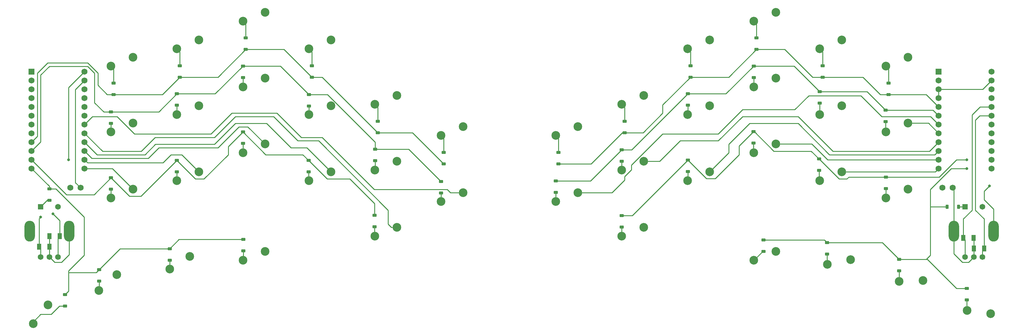
<source format=gbr>
%TF.GenerationSoftware,KiCad,Pcbnew,7.0.9*%
%TF.CreationDate,2023-11-27T10:59:26+01:00*%
%TF.ProjectId,SplitErgoLL_v2,53706c69-7445-4726-976f-4c4c5f76322e,rev?*%
%TF.SameCoordinates,Original*%
%TF.FileFunction,Copper,L2,Bot*%
%TF.FilePolarity,Positive*%
%FSLAX46Y46*%
G04 Gerber Fmt 4.6, Leading zero omitted, Abs format (unit mm)*
G04 Created by KiCad (PCBNEW 7.0.9) date 2023-11-27 10:59:26*
%MOMM*%
%LPD*%
G01*
G04 APERTURE LIST*
G04 Aperture macros list*
%AMRoundRect*
0 Rectangle with rounded corners*
0 $1 Rounding radius*
0 $2 $3 $4 $5 $6 $7 $8 $9 X,Y pos of 4 corners*
0 Add a 4 corners polygon primitive as box body*
4,1,4,$2,$3,$4,$5,$6,$7,$8,$9,$2,$3,0*
0 Add four circle primitives for the rounded corners*
1,1,$1+$1,$2,$3*
1,1,$1+$1,$4,$5*
1,1,$1+$1,$6,$7*
1,1,$1+$1,$8,$9*
0 Add four rect primitives between the rounded corners*
20,1,$1+$1,$2,$3,$4,$5,0*
20,1,$1+$1,$4,$5,$6,$7,0*
20,1,$1+$1,$6,$7,$8,$9,0*
20,1,$1+$1,$8,$9,$2,$3,0*%
G04 Aperture macros list end*
%TA.AperFunction,ComponentPad*%
%ADD10C,2.500000*%
%TD*%
%TA.AperFunction,ComponentPad*%
%ADD11R,1.650000X1.650000*%
%TD*%
%TA.AperFunction,ComponentPad*%
%ADD12C,1.650000*%
%TD*%
%TA.AperFunction,ComponentPad*%
%ADD13O,3.000000X6.000000*%
%TD*%
%TA.AperFunction,ComponentPad*%
%ADD14R,1.752600X1.752600*%
%TD*%
%TA.AperFunction,ComponentPad*%
%ADD15C,1.752600*%
%TD*%
%TA.AperFunction,ComponentPad*%
%ADD16C,1.750000*%
%TD*%
%TA.AperFunction,SMDPad,CuDef*%
%ADD17RoundRect,0.225000X-0.375000X0.225000X-0.375000X-0.225000X0.375000X-0.225000X0.375000X0.225000X0*%
%TD*%
%TA.AperFunction,SMDPad,CuDef*%
%ADD18R,1.160000X1.820000*%
%TD*%
%TA.AperFunction,SMDPad,CuDef*%
%ADD19RoundRect,0.225000X0.375000X-0.225000X0.375000X0.225000X-0.375000X0.225000X-0.375000X-0.225000X0*%
%TD*%
%TA.AperFunction,SMDPad,CuDef*%
%ADD20RoundRect,0.225000X-0.225000X-0.375000X0.225000X-0.375000X0.225000X0.375000X-0.225000X0.375000X0*%
%TD*%
%TA.AperFunction,ViaPad*%
%ADD21C,0.800000*%
%TD*%
%TA.AperFunction,Conductor*%
%ADD22C,0.250000*%
%TD*%
G04 APERTURE END LIST*
D10*
%TO.P,KSW41,1,1*%
%TO.N,Net-(D41-A)*%
X188190000Y-100460000D03*
%TO.P,KSW41,2,2*%
%TO.N,Col 11*%
X194540000Y-97920000D03*
%TD*%
%TO.P,KSW24,1,1*%
%TO.N,Net-(D24-A)*%
X93190000Y-118460000D03*
%TO.P,KSW24,2,2*%
%TO.N,Col 6*%
X99540000Y-115920000D03*
%TD*%
%TO.P,KSW7,1,1*%
%TO.N,Net-(D7-A)*%
X297190000Y-113460000D03*
%TO.P,KSW7,2,2*%
%TO.N,Col 1*%
X303540000Y-110920000D03*
%TD*%
%TO.P,KSW11,1,1*%
%TO.N,Net-(D11-A)*%
X278190000Y-105460000D03*
%TO.P,KSW11,2,2*%
%TO.N,Col 2*%
X284540000Y-102920000D03*
%TD*%
%TO.P,KSW4,1,1*%
%TO.N,Net-(D4-A)*%
X339569852Y-150895295D03*
%TO.P,KSW4,2,2*%
%TO.N,Col 0*%
X346339114Y-151870591D03*
%TD*%
%TO.P,KSW15,1,1*%
%TO.N,Net-(D15-A)*%
X259190000Y-113460000D03*
%TO.P,KSW15,2,2*%
%TO.N,Col 3*%
X265540000Y-110920000D03*
%TD*%
%TO.P,KSW16,1,1*%
%TO.N,Net-(D16-A)*%
X278190000Y-136460000D03*
%TO.P,KSW16,2,2*%
%TO.N,Col 3*%
X284540000Y-133920000D03*
%TD*%
%TO.P,KSW5,1,1*%
%TO.N,Net-(D5-A)*%
X297190000Y-75460000D03*
%TO.P,KSW5,2,2*%
%TO.N,Col 1*%
X303540000Y-72920000D03*
%TD*%
%TO.P,KSW6,1,1*%
%TO.N,Net-(D6-A)*%
X297190000Y-94460000D03*
%TO.P,KSW6,2,2*%
%TO.N,Col 1*%
X303540000Y-91920000D03*
%TD*%
D11*
%TO.P,ENC2,1*%
%TO.N,Net-(D43-A)*%
X73000000Y-121000000D03*
D12*
%TO.P,ENC2,2*%
%TO.N,Col 10*%
X78000000Y-121000000D03*
%TO.P,ENC2,A,A*%
%TO.N,ENCA2*%
X73000000Y-135500000D03*
%TO.P,ENC2,B,B*%
%TO.N,ENCB2*%
X78000000Y-135500000D03*
%TO.P,ENC2,COM,COM*%
%TO.N,GND 2*%
X75500000Y-135500000D03*
D13*
%TO.P,ENC2,S1,SHIELD*%
X69800000Y-128000000D03*
%TO.P,ENC2,S2,SHIELD*%
X81200000Y-128000000D03*
%TD*%
D14*
%TO.P,MCU2,1,D1*%
%TO.N,unconnected-(MCU2-D1-Pad1)*%
X70380000Y-82030000D03*
D15*
%TO.P,MCU2,2,D0*%
%TO.N,unconnected-(MCU2-D0-Pad2)*%
X70380000Y-84570000D03*
%TO.P,MCU2,3,GND*%
%TO.N,GND 2*%
X70380000Y-87110000D03*
%TO.P,MCU2,4,GND*%
X70380000Y-89650000D03*
%TO.P,MCU2,5,D2*%
%TO.N,unconnected-(MCU2-D2-Pad5)*%
X70380000Y-92190000D03*
%TO.P,MCU2,6,D3*%
%TO.N,unconnected-(MCU2-D3-Pad6)*%
X70380000Y-94730000D03*
%TO.P,MCU2,7,D4*%
%TO.N,unconnected-(MCU2-D4-Pad7)*%
X70380000Y-97270000D03*
%TO.P,MCU2,8,D5*%
%TO.N,unconnected-(MCU2-D5-Pad8)*%
X70380000Y-99810000D03*
%TO.P,MCU2,9,D6*%
%TO.N,Row 4*%
X70380000Y-102350000D03*
%TO.P,MCU2,10,D7*%
%TO.N,Row 5*%
X70380000Y-104890000D03*
%TO.P,MCU2,11,D8*%
%TO.N,Row 6*%
X70380000Y-107430000D03*
%TO.P,MCU2,12,D9*%
%TO.N,Row 7*%
X70380000Y-109970000D03*
%TO.P,MCU2,13,D10*%
%TO.N,Col 6*%
X85620000Y-109970000D03*
%TO.P,MCU2,14,D16*%
%TO.N,Col 7*%
X85620000Y-107430000D03*
%TO.P,MCU2,15,D14*%
%TO.N,Col 8*%
X85620000Y-104890000D03*
%TO.P,MCU2,16,D15*%
%TO.N,Col 9*%
X85620000Y-102350000D03*
%TO.P,MCU2,17,D18*%
%TO.N,Col 10*%
X85620000Y-99810000D03*
%TO.P,MCU2,18,D19*%
%TO.N,Col 11*%
X85620000Y-97270000D03*
%TO.P,MCU2,19,D20*%
%TO.N,ENCB2*%
X85620000Y-94730000D03*
%TO.P,MCU2,20,D21*%
%TO.N,ENCA2*%
X85620000Y-92190000D03*
%TO.P,MCU2,21,3.3v*%
%TO.N,unconnected-(MCU2-3.3v-Pad21)*%
X85620000Y-89650000D03*
%TO.P,MCU2,22,RST*%
%TO.N,RESET 2*%
X85620000Y-87110000D03*
%TO.P,MCU2,23,GND*%
%TO.N,GND 2*%
X85620000Y-84570000D03*
%TO.P,MCU2,24,B+*%
%TO.N,BAT+ 2*%
X85620000Y-82030000D03*
%TD*%
D10*
%TO.P,KSW40,1,1*%
%TO.N,Net-(D40-A)*%
X169190000Y-129460000D03*
%TO.P,KSW40,2,2*%
%TO.N,Col 10*%
X175540000Y-126920000D03*
%TD*%
%TO.P,KSW20,1,1*%
%TO.N,Net-(D20-A)*%
X221190000Y-100460000D03*
%TO.P,KSW20,2,2*%
%TO.N,Col 5*%
X227540000Y-97920000D03*
%TD*%
%TO.P,KSW36,1,1*%
%TO.N,Net-(D36-A)*%
X150190000Y-113460000D03*
%TO.P,KSW36,2,2*%
%TO.N,Col 9*%
X156540000Y-110920000D03*
%TD*%
%TO.P,KSW8,1,1*%
%TO.N,Net-(D8-A)*%
X320062141Y-142510084D03*
%TO.P,KSW8,2,2*%
%TO.N,Col 1*%
X326897921Y-142295093D03*
%TD*%
%TO.P,KSW27,1,1*%
%TO.N,Net-(D27-A)*%
X112190000Y-94460000D03*
%TO.P,KSW27,2,2*%
%TO.N,Col 7*%
X118540000Y-91920000D03*
%TD*%
%TO.P,KSW35,1,1*%
%TO.N,Net-(D35-A)*%
X150190000Y-94460000D03*
%TO.P,KSW35,2,2*%
%TO.N,Col 9*%
X156540000Y-91920000D03*
%TD*%
D11*
%TO.P,ENC1,1*%
%TO.N,Net-(D44-A)*%
X339000000Y-121000000D03*
D12*
%TO.P,ENC1,2*%
%TO.N,Col 4*%
X344000000Y-121000000D03*
%TO.P,ENC1,A,A*%
%TO.N,ENCA1*%
X339000000Y-135500000D03*
%TO.P,ENC1,B,B*%
%TO.N,ENCB1*%
X344000000Y-135500000D03*
%TO.P,ENC1,COM,COM*%
%TO.N,GND 1*%
X341500000Y-135500000D03*
D13*
%TO.P,ENC1,S1,SHIELD*%
X335800000Y-128000000D03*
%TO.P,ENC1,S2,SHIELD*%
X347200000Y-128000000D03*
%TD*%
D10*
%TO.P,KSW14,1,1*%
%TO.N,Net-(D14-A)*%
X259190000Y-94460000D03*
%TO.P,KSW14,2,2*%
%TO.N,Col 3*%
X265540000Y-91920000D03*
%TD*%
%TO.P,KSW38,1,1*%
%TO.N,Net-(D38-A)*%
X169190000Y-91460000D03*
%TO.P,KSW38,2,2*%
%TO.N,Col 10*%
X175540000Y-88920000D03*
%TD*%
%TO.P,KSW31,1,1*%
%TO.N,Net-(D31-A)*%
X131190000Y-86460000D03*
%TO.P,KSW31,2,2*%
%TO.N,Col 8*%
X137540000Y-83920000D03*
%TD*%
%TO.P,KSW1,1,1*%
%TO.N,Net-(D1-A)*%
X316190000Y-80460000D03*
%TO.P,KSW1,2,2*%
%TO.N,Col 0*%
X322540000Y-77920000D03*
%TD*%
%TO.P,KSW25,1,1*%
%TO.N,Net-(D25-A)*%
X70831034Y-154705295D03*
%TO.P,KSW25,2,2*%
%TO.N,Col 6*%
X75060296Y-149330591D03*
%TD*%
%TO.P,KSW22,1,1*%
%TO.N,Net-(D22-A)*%
X93190000Y-80460000D03*
%TO.P,KSW22,2,2*%
%TO.N,Col 6*%
X99540000Y-77920000D03*
%TD*%
%TO.P,KSW29,1,1*%
%TO.N,Net-(D29-A)*%
X89777401Y-145116277D03*
%TO.P,KSW29,2,2*%
%TO.N,Col 7*%
X94875718Y-140557630D03*
%TD*%
%TO.P,KSW13,1,1*%
%TO.N,Net-(D13-A)*%
X259190000Y-75460000D03*
%TO.P,KSW13,2,2*%
%TO.N,Col 3*%
X265540000Y-72920000D03*
%TD*%
%TO.P,KSW3,1,1*%
%TO.N,Net-(D3-A)*%
X316190000Y-118460000D03*
%TO.P,KSW3,2,2*%
%TO.N,Col 0*%
X322540000Y-115920000D03*
%TD*%
%TO.P,KSW30,1,1*%
%TO.N,Net-(D30-A)*%
X131190000Y-67460000D03*
%TO.P,KSW30,2,2*%
%TO.N,Col 8*%
X137540000Y-64920000D03*
%TD*%
%TO.P,KSW39,1,1*%
%TO.N,Net-(D39-A)*%
X169190000Y-110460000D03*
%TO.P,KSW39,2,2*%
%TO.N,Col 10*%
X175540000Y-107920000D03*
%TD*%
%TO.P,KSW12,1,1*%
%TO.N,Net-(D12-A)*%
X299386126Y-137636989D03*
%TO.P,KSW12,2,2*%
%TO.N,Col 2*%
X306080721Y-136238243D03*
%TD*%
%TO.P,KSW19,1,1*%
%TO.N,Net-(D19-A)*%
X240190000Y-129460000D03*
%TO.P,KSW19,2,2*%
%TO.N,Col 4*%
X246540000Y-126920000D03*
%TD*%
%TO.P,KSW17,1,1*%
%TO.N,Net-(D17-A)*%
X240190000Y-91460000D03*
%TO.P,KSW17,2,2*%
%TO.N,Col 4*%
X246540000Y-88920000D03*
%TD*%
D16*
%TO.P,Bat 3.7V,1,+*%
%TO.N,Net-(BAT2-+)*%
X81510000Y-115527500D03*
%TO.P,Bat 3.7V,2,-*%
%TO.N,GND 2*%
X84490000Y-115517500D03*
%TD*%
%TO.P,Bat 3.7V,1,+*%
%TO.N,Net-(BAT1-+)*%
X332500000Y-115500000D03*
%TO.P,Bat 3.7V,2,-*%
%TO.N,GND 1*%
X335480000Y-115490000D03*
%TD*%
D14*
%TO.P,MCU1,1,D1*%
%TO.N,unconnected-(MCU1-D1-Pad1)*%
X331380000Y-82030000D03*
D15*
%TO.P,MCU1,2,D0*%
%TO.N,unconnected-(MCU1-D0-Pad2)*%
X331380000Y-84570000D03*
%TO.P,MCU1,3,GND*%
%TO.N,GND 1*%
X331380000Y-87110000D03*
%TO.P,MCU1,4,GND*%
X331380000Y-89650000D03*
%TO.P,MCU1,5,D2*%
%TO.N,Row 0*%
X331380000Y-92190000D03*
%TO.P,MCU1,6,D3*%
%TO.N,Row 1*%
X331380000Y-94730000D03*
%TO.P,MCU1,7,D4*%
%TO.N,Col 5*%
X331380000Y-97270000D03*
%TO.P,MCU1,8,D5*%
%TO.N,Col 0*%
X331380000Y-99810000D03*
%TO.P,MCU1,9,D6*%
%TO.N,Col 4*%
X331380000Y-102350000D03*
%TO.P,MCU1,10,D7*%
%TO.N,Col 3*%
X331380000Y-104890000D03*
%TO.P,MCU1,11,D8*%
%TO.N,Col 2*%
X331380000Y-107430000D03*
%TO.P,MCU1,12,D9*%
%TO.N,Col 1*%
X331380000Y-109970000D03*
%TO.P,MCU1,13,D10*%
%TO.N,Row 3*%
X346620000Y-109970000D03*
%TO.P,MCU1,14,D16*%
%TO.N,Row 2*%
X346620000Y-107430000D03*
%TO.P,MCU1,15,D14*%
%TO.N,unconnected-(MCU1-D14-Pad15)*%
X346620000Y-104890000D03*
%TO.P,MCU1,16,D15*%
%TO.N,unconnected-(MCU1-D15-Pad16)*%
X346620000Y-102350000D03*
%TO.P,MCU1,17,D18*%
%TO.N,unconnected-(MCU1-D18-Pad17)*%
X346620000Y-99810000D03*
%TO.P,MCU1,18,D19*%
%TO.N,unconnected-(MCU1-D19-Pad18)*%
X346620000Y-97270000D03*
%TO.P,MCU1,19,D20*%
%TO.N,ENCB1*%
X346620000Y-94730000D03*
%TO.P,MCU1,20,D21*%
%TO.N,ENCA1*%
X346620000Y-92190000D03*
%TO.P,MCU1,21,3.3v*%
%TO.N,unconnected-(MCU1-3.3v-Pad21)*%
X346620000Y-89650000D03*
%TO.P,MCU1,22,RST*%
%TO.N,RESET 1*%
X346620000Y-87110000D03*
%TO.P,MCU1,23,GND*%
%TO.N,GND 1*%
X346620000Y-84570000D03*
%TO.P,MCU1,24,B+*%
%TO.N,BAT+ 1*%
X346620000Y-82030000D03*
%TD*%
D10*
%TO.P,KSW26,1,1*%
%TO.N,Net-(D26-A)*%
X112190000Y-75460000D03*
%TO.P,KSW26,2,2*%
%TO.N,Col 7*%
X118540000Y-72920000D03*
%TD*%
%TO.P,KSW21,1,1*%
%TO.N,Net-(D21-A)*%
X221190000Y-119460000D03*
%TO.P,KSW21,2,2*%
%TO.N,Col 5*%
X227540000Y-116920000D03*
%TD*%
%TO.P,KSW37,1,1*%
%TO.N,Net-(D37-A)*%
X131190000Y-136460000D03*
%TO.P,KSW37,2,2*%
%TO.N,Col 9*%
X137540000Y-133920000D03*
%TD*%
%TO.P,KSW10,1,1*%
%TO.N,Net-(D10-A)*%
X278190000Y-86460000D03*
%TO.P,KSW10,2,2*%
%TO.N,Col 2*%
X284540000Y-83920000D03*
%TD*%
%TO.P,KSW23,1,1*%
%TO.N,Net-(D23-A)*%
X93190000Y-99460000D03*
%TO.P,KSW23,2,2*%
%TO.N,Col 6*%
X99540000Y-96920000D03*
%TD*%
%TO.P,KSW2,1,1*%
%TO.N,Net-(D2-A)*%
X316190000Y-99460000D03*
%TO.P,KSW2,2,2*%
%TO.N,Col 0*%
X322540000Y-96920000D03*
%TD*%
%TO.P,KSW32,1,1*%
%TO.N,Net-(D32-A)*%
X131190000Y-105460000D03*
%TO.P,KSW32,2,2*%
%TO.N,Col 8*%
X137540000Y-102920000D03*
%TD*%
%TO.P,KSW34,1,1*%
%TO.N,Net-(D34-A)*%
X150190000Y-75460000D03*
%TO.P,KSW34,2,2*%
%TO.N,Col 9*%
X156540000Y-72920000D03*
%TD*%
%TO.P,KSW9,1,1*%
%TO.N,Net-(D9-A)*%
X278190000Y-67460000D03*
%TO.P,KSW9,2,2*%
%TO.N,Col 2*%
X284540000Y-64920000D03*
%TD*%
%TO.P,KSW33,1,1*%
%TO.N,Net-(D33-A)*%
X110103993Y-138960188D03*
%TO.P,KSW33,2,2*%
%TO.N,Col 8*%
X115916456Y-135356110D03*
%TD*%
%TO.P,KSW18,1,1*%
%TO.N,Net-(D18-A)*%
X240190000Y-110460000D03*
%TO.P,KSW18,2,2*%
%TO.N,Col 4*%
X246540000Y-107920000D03*
%TD*%
%TO.P,KSW42,2,2*%
%TO.N,Col 11*%
X194540000Y-116920000D03*
%TO.P,KSW42,1,1*%
%TO.N,Net-(D42-A)*%
X188190000Y-119460000D03*
%TD*%
%TO.P,KSW28,1,1*%
%TO.N,Net-(D28-A)*%
X112190000Y-113460000D03*
%TO.P,KSW28,2,2*%
%TO.N,Col 7*%
X118540000Y-110920000D03*
%TD*%
D17*
%TO.P,D27,1,K*%
%TO.N,Row 5*%
X112200000Y-88450000D03*
%TO.P,D27,2,A*%
%TO.N,Net-(D27-A)*%
X112200000Y-91750000D03*
%TD*%
%TO.P,D25,1,K*%
%TO.N,Row 7*%
X80000000Y-146350000D03*
%TO.P,D25,2,A*%
%TO.N,Net-(D25-A)*%
X80000000Y-149650000D03*
%TD*%
%TO.P,D18,1,K*%
%TO.N,Row 1*%
X240200000Y-104550000D03*
%TO.P,D18,2,A*%
%TO.N,Net-(D18-A)*%
X240200000Y-107850000D03*
%TD*%
%TO.P,D23,1,K*%
%TO.N,Row 5*%
X93200000Y-93650000D03*
%TO.P,D23,2,A*%
%TO.N,Net-(D23-A)*%
X93200000Y-96950000D03*
%TD*%
%TO.P,D3,1,K*%
%TO.N,Row 2*%
X316200000Y-112450000D03*
%TO.P,D3,2,A*%
%TO.N,Net-(D3-A)*%
X316200000Y-115750000D03*
%TD*%
%TO.P,D24,1,K*%
%TO.N,Row 6*%
X93200000Y-112650000D03*
%TO.P,D24,2,A*%
%TO.N,Net-(D24-A)*%
X93200000Y-115950000D03*
%TD*%
D18*
%TO.P,C2,1*%
%TO.N,ENCA1*%
X338525000Y-130000000D03*
%TO.P,C2,2*%
%TO.N,GND 1*%
X341475000Y-130000000D03*
%TD*%
D19*
%TO.P,D13,1,K*%
%TO.N,Row 0*%
X260000000Y-83650000D03*
%TO.P,D13,2,A*%
%TO.N,Net-(D13-A)*%
X260000000Y-80350000D03*
%TD*%
D17*
%TO.P,D12,1,K*%
%TO.N,Row 3*%
X299300000Y-131350000D03*
%TO.P,D12,2,A*%
%TO.N,Net-(D12-A)*%
X299300000Y-134650000D03*
%TD*%
%TO.P,D33,1,K*%
%TO.N,Row 7*%
X110100000Y-133150000D03*
%TO.P,D33,2,A*%
%TO.N,Net-(D33-A)*%
X110100000Y-136450000D03*
%TD*%
%TO.P,D4,1,K*%
%TO.N,Row 3*%
X339500000Y-144550000D03*
%TO.P,D4,2,A*%
%TO.N,Net-(D4-A)*%
X339500000Y-147850000D03*
%TD*%
D19*
%TO.P,D26,1,K*%
%TO.N,Row 4*%
X113000000Y-83650000D03*
%TO.P,D26,2,A*%
%TO.N,Net-(D26-A)*%
X113000000Y-80350000D03*
%TD*%
D17*
%TO.P,D37,1,K*%
%TO.N,Row 7*%
X131300000Y-130450000D03*
%TO.P,D37,2,A*%
%TO.N,Net-(D37-A)*%
X131300000Y-133750000D03*
%TD*%
%TO.P,D10,1,K*%
%TO.N,Row 1*%
X278200000Y-80450000D03*
%TO.P,D10,2,A*%
%TO.N,Net-(D10-A)*%
X278200000Y-83750000D03*
%TD*%
%TO.P,D29,1,K*%
%TO.N,Row 7*%
X89800000Y-139150000D03*
%TO.P,D29,2,A*%
%TO.N,Net-(D29-A)*%
X89800000Y-142450000D03*
%TD*%
%TO.P,D15,1,K*%
%TO.N,Row 2*%
X259200000Y-107550000D03*
%TO.P,D15,2,A*%
%TO.N,Net-(D15-A)*%
X259200000Y-110850000D03*
%TD*%
%TO.P,D42,1,K*%
%TO.N,Row 5*%
X188200000Y-113750000D03*
%TO.P,D42,2,A*%
%TO.N,Net-(D42-A)*%
X188200000Y-117050000D03*
%TD*%
%TO.P,D7,1,K*%
%TO.N,Row 2*%
X297000000Y-107250000D03*
%TO.P,D7,2,A*%
%TO.N,Net-(D7-A)*%
X297000000Y-110550000D03*
%TD*%
D19*
%TO.P,D1,1,K*%
%TO.N,Row 0*%
X317000000Y-88650000D03*
%TO.P,D1,2,A*%
%TO.N,Net-(D1-A)*%
X317000000Y-85350000D03*
%TD*%
D17*
%TO.P,D2,1,K*%
%TO.N,Row 1*%
X316100000Y-93150000D03*
%TO.P,D2,2,A*%
%TO.N,Net-(D2-A)*%
X316100000Y-96450000D03*
%TD*%
D19*
%TO.P,D20,1,K*%
%TO.N,Row 0*%
X222000000Y-108650000D03*
%TO.P,D20,2,A*%
%TO.N,Net-(D20-A)*%
X222000000Y-105350000D03*
%TD*%
D17*
%TO.P,D43,1,K*%
%TO.N,Row 7*%
X75500000Y-115850000D03*
%TO.P,D43,2,A*%
%TO.N,Net-(D43-A)*%
X75500000Y-119150000D03*
%TD*%
D19*
%TO.P,D38,1,K*%
%TO.N,Row 4*%
X170000000Y-99650000D03*
%TO.P,D38,2,A*%
%TO.N,Net-(D38-A)*%
X170000000Y-96350000D03*
%TD*%
D18*
%TO.P,C3,1*%
%TO.N,ENCB2*%
X78475000Y-129500000D03*
%TO.P,C3,2*%
%TO.N,GND 2*%
X75525000Y-129500000D03*
%TD*%
D17*
%TO.P,D16,1,K*%
%TO.N,Row 3*%
X281000000Y-130550000D03*
%TO.P,D16,2,A*%
%TO.N,Net-(D16-A)*%
X281000000Y-133850000D03*
%TD*%
D20*
%TO.P,D44,1,K*%
%TO.N,Row 3*%
X333850000Y-121000000D03*
%TO.P,D44,2,A*%
%TO.N,Net-(D44-A)*%
X337150000Y-121000000D03*
%TD*%
D17*
%TO.P,D14,1,K*%
%TO.N,Row 1*%
X259200000Y-88450000D03*
%TO.P,D14,2,A*%
%TO.N,Net-(D14-A)*%
X259200000Y-91750000D03*
%TD*%
%TO.P,D40,1,K*%
%TO.N,Row 6*%
X169100000Y-123450000D03*
%TO.P,D40,2,A*%
%TO.N,Net-(D40-A)*%
X169100000Y-126750000D03*
%TD*%
D19*
%TO.P,D30,1,K*%
%TO.N,Row 4*%
X132000000Y-75650000D03*
%TO.P,D30,2,A*%
%TO.N,Net-(D30-A)*%
X132000000Y-72350000D03*
%TD*%
D17*
%TO.P,D28,1,K*%
%TO.N,Row 6*%
X112200000Y-107650000D03*
%TO.P,D28,2,A*%
%TO.N,Net-(D28-A)*%
X112200000Y-110950000D03*
%TD*%
%TO.P,D36,1,K*%
%TO.N,Row 6*%
X150100000Y-107650000D03*
%TO.P,D36,2,A*%
%TO.N,Net-(D36-A)*%
X150100000Y-110950000D03*
%TD*%
D19*
%TO.P,D41,1,K*%
%TO.N,Row 4*%
X189000000Y-108650000D03*
%TO.P,D41,2,A*%
%TO.N,Net-(D41-A)*%
X189000000Y-105350000D03*
%TD*%
D17*
%TO.P,D31,1,K*%
%TO.N,Row 5*%
X131200000Y-80450000D03*
%TO.P,D31,2,A*%
%TO.N,Net-(D31-A)*%
X131200000Y-83750000D03*
%TD*%
%TO.P,D8,1,K*%
%TO.N,Row 3*%
X320000000Y-136150000D03*
%TO.P,D8,2,A*%
%TO.N,Net-(D8-A)*%
X320000000Y-139450000D03*
%TD*%
%TO.P,D21,1,K*%
%TO.N,Row 1*%
X221200000Y-113550000D03*
%TO.P,D21,2,A*%
%TO.N,Net-(D21-A)*%
X221200000Y-116850000D03*
%TD*%
%TO.P,D35,1,K*%
%TO.N,Row 5*%
X150200000Y-88650000D03*
%TO.P,D35,2,A*%
%TO.N,Net-(D35-A)*%
X150200000Y-91950000D03*
%TD*%
D19*
%TO.P,D9,1,K*%
%TO.N,Row 0*%
X279000000Y-75650000D03*
%TO.P,D9,2,A*%
%TO.N,Net-(D9-A)*%
X279000000Y-72350000D03*
%TD*%
%TO.P,D22,1,K*%
%TO.N,Row 4*%
X94000000Y-88650000D03*
%TO.P,D22,2,A*%
%TO.N,Net-(D22-A)*%
X94000000Y-85350000D03*
%TD*%
D17*
%TO.P,D19,1,K*%
%TO.N,Row 2*%
X240200000Y-123550000D03*
%TO.P,D19,2,A*%
%TO.N,Net-(D19-A)*%
X240200000Y-126850000D03*
%TD*%
%TO.P,D11,1,K*%
%TO.N,Row 2*%
X278100000Y-99350000D03*
%TO.P,D11,2,A*%
%TO.N,Net-(D11-A)*%
X278100000Y-102650000D03*
%TD*%
D19*
%TO.P,D5,1,K*%
%TO.N,Row 0*%
X298000000Y-83650000D03*
%TO.P,D5,2,A*%
%TO.N,Net-(D5-A)*%
X298000000Y-80350000D03*
%TD*%
D18*
%TO.P,C4,1*%
%TO.N,ENCA2*%
X72525000Y-132500000D03*
%TO.P,C4,2*%
%TO.N,GND 2*%
X75475000Y-132500000D03*
%TD*%
D17*
%TO.P,D32,1,K*%
%TO.N,Row 6*%
X131200000Y-99450000D03*
%TO.P,D32,2,A*%
%TO.N,Net-(D32-A)*%
X131200000Y-102750000D03*
%TD*%
D18*
%TO.P,C1,1*%
%TO.N,ENCB1*%
X344475000Y-133000000D03*
%TO.P,C1,2*%
%TO.N,GND 1*%
X341525000Y-133000000D03*
%TD*%
D19*
%TO.P,D17,1,K*%
%TO.N,Row 0*%
X241000000Y-99650000D03*
%TO.P,D17,2,A*%
%TO.N,Net-(D17-A)*%
X241000000Y-96350000D03*
%TD*%
D17*
%TO.P,D39,1,K*%
%TO.N,Row 5*%
X169200000Y-104450000D03*
%TO.P,D39,2,A*%
%TO.N,Net-(D39-A)*%
X169200000Y-107750000D03*
%TD*%
%TO.P,D6,1,K*%
%TO.N,Row 1*%
X297200000Y-87850000D03*
%TO.P,D6,2,A*%
%TO.N,Net-(D6-A)*%
X297200000Y-91150000D03*
%TD*%
D19*
%TO.P,D34,1,K*%
%TO.N,Row 4*%
X151000000Y-83650000D03*
%TO.P,D34,2,A*%
%TO.N,Net-(D34-A)*%
X151000000Y-80350000D03*
%TD*%
D21*
%TO.N,GND 1*%
X346000000Y-115000000D03*
%TO.N,Row 2*%
X339500000Y-107500000D03*
%TO.N,Row 3*%
X339500000Y-110000000D03*
%TO.N,BAT+ 2*%
X81000000Y-107500000D03*
%TO.N,ENCB2*%
X76500000Y-123000000D03*
%TO.N,ENCA2*%
X73000000Y-124000000D03*
%TD*%
D22*
%TO.N,GND 1*%
X341525000Y-130050000D02*
X341475000Y-130000000D01*
X341475000Y-135525000D02*
X341500000Y-135500000D01*
X340000000Y-137000000D02*
X341500000Y-135500000D01*
X344500000Y-119000000D02*
X347200000Y-121700000D01*
X335800000Y-128000000D02*
X335800000Y-115810000D01*
X331380000Y-87110000D02*
X344080000Y-87110000D01*
X335800000Y-134550000D02*
X338250000Y-137000000D01*
X347200000Y-121700000D02*
X347200000Y-128000000D01*
X341500000Y-133025000D02*
X341525000Y-133000000D01*
X335800000Y-128000000D02*
X335800000Y-134550000D01*
X335800000Y-115810000D02*
X335480000Y-115490000D01*
X338250000Y-137000000D02*
X340000000Y-137000000D01*
X341500000Y-135500000D02*
X341500000Y-133025000D01*
X346000000Y-115000000D02*
X344500000Y-116500000D01*
X341525000Y-133000000D02*
X341525000Y-130050000D01*
X344080000Y-87110000D02*
X346620000Y-84570000D01*
X331380000Y-87110000D02*
X331380000Y-89650000D01*
X344500000Y-116500000D02*
X344500000Y-119000000D01*
%TO.N,GND 2*%
X75475000Y-132500000D02*
X75475000Y-129550000D01*
X83000000Y-114027500D02*
X83000000Y-87190000D01*
X75475000Y-129550000D02*
X75525000Y-129500000D01*
X75500000Y-135500000D02*
X75500000Y-132525000D01*
X81200000Y-134800000D02*
X81200000Y-128000000D01*
X77000000Y-137000000D02*
X79000000Y-137000000D01*
X83000000Y-87190000D02*
X85620000Y-84570000D01*
X75500000Y-132525000D02*
X75475000Y-132500000D01*
X79000000Y-137000000D02*
X81200000Y-134800000D01*
X84490000Y-115517500D02*
X83000000Y-114027500D01*
X75500000Y-135500000D02*
X77000000Y-137000000D01*
%TO.N,Row 0*%
X314650000Y-88650000D02*
X327840000Y-88650000D01*
X231350000Y-108650000D02*
X240350000Y-99650000D01*
X260000000Y-83650000D02*
X271000000Y-83650000D01*
X240350000Y-99650000D02*
X246350000Y-99650000D01*
X246350000Y-99650000D02*
X252000000Y-94000000D01*
X222000000Y-108650000D02*
X231350000Y-108650000D01*
X252000000Y-94000000D02*
X252000000Y-91650000D01*
X279000000Y-75650000D02*
X287111942Y-75650000D01*
X252000000Y-91650000D02*
X260000000Y-83650000D01*
X271000000Y-83650000D02*
X279000000Y-75650000D01*
X309650000Y-83650000D02*
X314650000Y-88650000D01*
X327840000Y-88650000D02*
X331380000Y-92190000D01*
X287111942Y-75650000D02*
X295111942Y-83650000D01*
X295111942Y-83650000D02*
X309650000Y-83650000D01*
%TO.N,Net-(D1-A)*%
X317000000Y-81270000D02*
X316190000Y-80460000D01*
X317000000Y-85350000D02*
X317000000Y-81270000D01*
%TO.N,Row 1*%
X259200000Y-88450000D02*
X270200000Y-88450000D01*
X316100000Y-93150000D02*
X310800000Y-87850000D01*
X316100000Y-93150000D02*
X329800000Y-93150000D01*
X297200000Y-87850000D02*
X289800000Y-80450000D01*
X310800000Y-87850000D02*
X297200000Y-87850000D01*
X221200000Y-113550000D02*
X231200000Y-113550000D01*
X240200000Y-104550000D02*
X243100000Y-104550000D01*
X270200000Y-88450000D02*
X278200000Y-80450000D01*
X289800000Y-80450000D02*
X278200000Y-80450000D01*
X243100000Y-104550000D02*
X259200000Y-88450000D01*
X329800000Y-93150000D02*
X331380000Y-94730000D01*
X231200000Y-113550000D02*
X240200000Y-104550000D01*
%TO.N,Net-(D2-A)*%
X316100000Y-96450000D02*
X316100000Y-99370000D01*
X316100000Y-99370000D02*
X316190000Y-99460000D01*
%TO.N,Row 2*%
X346550000Y-107500000D02*
X346620000Y-107430000D01*
X259200000Y-107550000D02*
X264550000Y-112900000D01*
X316200000Y-112450000D02*
X305550000Y-112450000D01*
X294750000Y-105000000D02*
X284000000Y-105000000D01*
X336524448Y-107500000D02*
X331574448Y-112450000D01*
X305000000Y-113000000D02*
X302750000Y-113000000D01*
X274000000Y-106000000D02*
X274000000Y-103450000D01*
X267100000Y-112900000D02*
X274000000Y-106000000D01*
X243200000Y-123550000D02*
X259200000Y-107550000D01*
X278350000Y-99350000D02*
X278100000Y-99350000D01*
X305550000Y-112450000D02*
X305000000Y-113000000D01*
X284000000Y-105000000D02*
X278350000Y-99350000D01*
X264550000Y-112900000D02*
X267100000Y-112900000D01*
X302750000Y-113000000D02*
X297000000Y-107250000D01*
X240200000Y-123550000D02*
X243200000Y-123550000D01*
X274000000Y-103450000D02*
X278100000Y-99350000D01*
X297000000Y-107250000D02*
X294750000Y-105000000D01*
X339500000Y-107500000D02*
X336524448Y-107500000D01*
X331574448Y-112450000D02*
X316200000Y-112450000D01*
%TO.N,Net-(D3-A)*%
X316200000Y-115750000D02*
X316200000Y-118450000D01*
X316200000Y-118450000D02*
X316190000Y-118460000D01*
%TO.N,Row 3*%
X339500000Y-110000000D02*
X335000000Y-110000000D01*
X320000000Y-136150000D02*
X315200000Y-131350000D01*
X335000000Y-110000000D02*
X329000000Y-116000000D01*
X328150000Y-136150000D02*
X327850000Y-136150000D01*
X333850000Y-121000000D02*
X329000000Y-121000000D01*
X336550000Y-144550000D02*
X328150000Y-136150000D01*
X329000000Y-116000000D02*
X329000000Y-121000000D01*
X329000000Y-135000000D02*
X329000000Y-121000000D01*
X298500000Y-130550000D02*
X281000000Y-130550000D01*
X315200000Y-131350000D02*
X299300000Y-131350000D01*
X327850000Y-136150000D02*
X329000000Y-135000000D01*
X299300000Y-131350000D02*
X298500000Y-130550000D01*
X339500000Y-144550000D02*
X336550000Y-144550000D01*
X320000000Y-136150000D02*
X327850000Y-136150000D01*
%TO.N,Net-(D4-A)*%
X339500000Y-147850000D02*
X339500000Y-150825443D01*
X339500000Y-150825443D02*
X339569852Y-150895295D01*
%TO.N,Net-(D5-A)*%
X298000000Y-80350000D02*
X298000000Y-76270000D01*
X298000000Y-76270000D02*
X297190000Y-75460000D01*
%TO.N,Net-(D6-A)*%
X297200000Y-94450000D02*
X297190000Y-94460000D01*
X297200000Y-91150000D02*
X297200000Y-94450000D01*
%TO.N,Net-(D7-A)*%
X297000000Y-113270000D02*
X297190000Y-113460000D01*
X297000000Y-110550000D02*
X297000000Y-113270000D01*
%TO.N,Net-(D8-A)*%
X320000000Y-139450000D02*
X320000000Y-142447943D01*
X320000000Y-142447943D02*
X320062141Y-142510084D01*
%TO.N,Net-(D9-A)*%
X279000000Y-72350000D02*
X279000000Y-68270000D01*
X279000000Y-68270000D02*
X278190000Y-67460000D01*
%TO.N,Net-(D10-A)*%
X278200000Y-86450000D02*
X278190000Y-86460000D01*
X278200000Y-83750000D02*
X278200000Y-86450000D01*
%TO.N,Net-(D11-A)*%
X278100000Y-105370000D02*
X278190000Y-105460000D01*
X278100000Y-102650000D02*
X278100000Y-105370000D01*
%TO.N,Net-(D12-A)*%
X299300000Y-134650000D02*
X299300000Y-137550863D01*
X299300000Y-137550863D02*
X299386126Y-137636989D01*
%TO.N,Net-(D13-A)*%
X260000000Y-76270000D02*
X259190000Y-75460000D01*
X260000000Y-80350000D02*
X260000000Y-76270000D01*
%TO.N,Net-(D14-A)*%
X259200000Y-94450000D02*
X259190000Y-94460000D01*
X259200000Y-91750000D02*
X259200000Y-94450000D01*
%TO.N,Net-(D15-A)*%
X259200000Y-113450000D02*
X259190000Y-113460000D01*
X259200000Y-110850000D02*
X259200000Y-113450000D01*
%TO.N,Net-(D16-A)*%
X281000000Y-133850000D02*
X280800000Y-133850000D01*
X280800000Y-133850000D02*
X278190000Y-136460000D01*
%TO.N,Net-(D17-A)*%
X241000000Y-92270000D02*
X240190000Y-91460000D01*
X241000000Y-96350000D02*
X241000000Y-92270000D01*
%TO.N,Net-(D18-A)*%
X240200000Y-107850000D02*
X240200000Y-110450000D01*
X240200000Y-110450000D02*
X240190000Y-110460000D01*
%TO.N,Net-(D19-A)*%
X240200000Y-126850000D02*
X240200000Y-129450000D01*
X240200000Y-129450000D02*
X240190000Y-129460000D01*
%TO.N,Net-(D20-A)*%
X222000000Y-105350000D02*
X222000000Y-101270000D01*
X222000000Y-101270000D02*
X221190000Y-100460000D01*
%TO.N,Net-(D21-A)*%
X221200000Y-119450000D02*
X221190000Y-119460000D01*
X221200000Y-116850000D02*
X221200000Y-119450000D01*
%TO.N,Row 4*%
X70380000Y-102350000D02*
X72000000Y-100730000D01*
X132000000Y-75650000D02*
X143000000Y-75650000D01*
X143000000Y-75650000D02*
X151000000Y-83650000D01*
X124000000Y-83650000D02*
X132000000Y-75650000D01*
X108000000Y-88650000D02*
X113000000Y-83650000D01*
X86500000Y-79500000D02*
X89500000Y-82500000D01*
X92150000Y-88650000D02*
X94000000Y-88650000D01*
X89500000Y-86000000D02*
X92150000Y-88650000D01*
X154000000Y-83650000D02*
X170000000Y-99650000D01*
X151000000Y-83650000D02*
X154000000Y-83650000D01*
X180000000Y-99650000D02*
X189000000Y-108650000D01*
X113000000Y-83650000D02*
X124000000Y-83650000D01*
X72000000Y-100730000D02*
X72000000Y-82500000D01*
X89500000Y-82500000D02*
X89500000Y-86000000D01*
X72000000Y-82500000D02*
X75000000Y-79500000D01*
X170000000Y-99650000D02*
X180000000Y-99650000D01*
X75000000Y-79500000D02*
X86500000Y-79500000D01*
X94000000Y-88650000D02*
X108000000Y-88650000D01*
%TO.N,Net-(D22-A)*%
X94000000Y-85350000D02*
X94000000Y-81270000D01*
X94000000Y-81270000D02*
X93190000Y-80460000D01*
%TO.N,Row 5*%
X112200000Y-88450000D02*
X123200000Y-88450000D01*
X73000000Y-102270000D02*
X73000000Y-83000000D01*
X73000000Y-83000000D02*
X75500000Y-80500000D01*
X155497387Y-88650000D02*
X169200000Y-102352613D01*
X107000000Y-93650000D02*
X112200000Y-88450000D01*
X75500000Y-80500000D02*
X86500000Y-80500000D01*
X123200000Y-88450000D02*
X131200000Y-80450000D01*
X169200000Y-104450000D02*
X178900000Y-104450000D01*
X150200000Y-88650000D02*
X155497387Y-88650000D01*
X88500000Y-91000000D02*
X91150000Y-93650000D01*
X142000000Y-80450000D02*
X150200000Y-88650000D01*
X178900000Y-104450000D02*
X188200000Y-113750000D01*
X131200000Y-80450000D02*
X142000000Y-80450000D01*
X86500000Y-80500000D02*
X88500000Y-82500000D01*
X70380000Y-104890000D02*
X73000000Y-102270000D01*
X93200000Y-93650000D02*
X107000000Y-93650000D01*
X91150000Y-93650000D02*
X93200000Y-93650000D01*
X169200000Y-102352613D02*
X169200000Y-104450000D01*
X88500000Y-82500000D02*
X88500000Y-91000000D01*
%TO.N,Net-(D23-A)*%
X93200000Y-99450000D02*
X93190000Y-99460000D01*
X93200000Y-96950000D02*
X93200000Y-99450000D01*
%TO.N,Row 6*%
X98550000Y-118000000D02*
X101850000Y-118000000D01*
X148450000Y-106000000D02*
X137750000Y-106000000D01*
X93200000Y-112650000D02*
X88350000Y-117500000D01*
X101850000Y-118000000D02*
X112200000Y-107650000D01*
X88350000Y-117500000D02*
X80450000Y-117500000D01*
X80450000Y-117500000D02*
X70380000Y-107430000D01*
X127000000Y-103650000D02*
X131200000Y-99450000D01*
X127000000Y-106000000D02*
X127000000Y-103650000D01*
X112200000Y-107650000D02*
X117550000Y-113000000D01*
X117550000Y-113000000D02*
X120000000Y-113000000D01*
X120000000Y-113000000D02*
X127000000Y-106000000D01*
X150100000Y-107650000D02*
X148450000Y-106000000D01*
X155450000Y-113000000D02*
X150100000Y-107650000D01*
X137750000Y-106000000D02*
X131200000Y-99450000D01*
X162000000Y-113000000D02*
X155450000Y-113000000D01*
X169100000Y-120100000D02*
X162000000Y-113000000D01*
X169100000Y-123450000D02*
X169100000Y-120100000D01*
X93200000Y-112650000D02*
X98550000Y-118000000D01*
%TO.N,Net-(D24-A)*%
X93200000Y-118450000D02*
X93190000Y-118460000D01*
X93200000Y-115950000D02*
X93200000Y-118450000D01*
%TO.N,Row 7*%
X95800000Y-133150000D02*
X110100000Y-133150000D01*
X85500000Y-135000000D02*
X85500000Y-124000000D01*
X89800000Y-139150000D02*
X95800000Y-133150000D01*
X77350000Y-115850000D02*
X75500000Y-115850000D01*
X112800000Y-130450000D02*
X131300000Y-130450000D01*
X75500000Y-115090000D02*
X70380000Y-109970000D01*
X81000000Y-145350000D02*
X81000000Y-139750000D01*
X80000000Y-146350000D02*
X81000000Y-145350000D01*
X110100000Y-133150000D02*
X112800000Y-130450000D01*
X89800000Y-139150000D02*
X88950000Y-140000000D01*
X85500000Y-124000000D02*
X77350000Y-115850000D01*
X88950000Y-140000000D02*
X81000000Y-140000000D01*
X81000000Y-139500000D02*
X85500000Y-135000000D01*
X81000000Y-140000000D02*
X81000000Y-139500000D01*
X75500000Y-115850000D02*
X75500000Y-115090000D01*
%TO.N,Net-(D25-A)*%
X80000000Y-149650000D02*
X78350000Y-149650000D01*
X70831034Y-154168966D02*
X70831034Y-154705295D01*
X78350000Y-149650000D02*
X76000000Y-152000000D01*
X76000000Y-152000000D02*
X73000000Y-152000000D01*
X73000000Y-152000000D02*
X70831034Y-154168966D01*
%TO.N,Net-(D26-A)*%
X113000000Y-80350000D02*
X113000000Y-76270000D01*
X113000000Y-76270000D02*
X112190000Y-75460000D01*
%TO.N,Net-(D27-A)*%
X112200000Y-94450000D02*
X112190000Y-94460000D01*
X112200000Y-91750000D02*
X112200000Y-94450000D01*
%TO.N,Net-(D28-A)*%
X112200000Y-110950000D02*
X112200000Y-113450000D01*
X112200000Y-113450000D02*
X112190000Y-113460000D01*
%TO.N,Net-(D29-A)*%
X89800000Y-142450000D02*
X89800000Y-145093678D01*
X89800000Y-145093678D02*
X89777401Y-145116277D01*
%TO.N,Net-(D30-A)*%
X132000000Y-72350000D02*
X132000000Y-68270000D01*
X132000000Y-68270000D02*
X131190000Y-67460000D01*
%TO.N,Net-(D31-A)*%
X131200000Y-83750000D02*
X131200000Y-86450000D01*
X131200000Y-86450000D02*
X131190000Y-86460000D01*
%TO.N,Net-(D32-A)*%
X131200000Y-102750000D02*
X131200000Y-105450000D01*
X131200000Y-105450000D02*
X131190000Y-105460000D01*
%TO.N,Net-(D33-A)*%
X110100000Y-138956195D02*
X110103993Y-138960188D01*
X110100000Y-136450000D02*
X110100000Y-138956195D01*
%TO.N,Net-(D34-A)*%
X151000000Y-76270000D02*
X150190000Y-75460000D01*
X151000000Y-80350000D02*
X151000000Y-76270000D01*
%TO.N,Net-(D35-A)*%
X150200000Y-91950000D02*
X150200000Y-94450000D01*
X150200000Y-94450000D02*
X150190000Y-94460000D01*
%TO.N,Net-(D36-A)*%
X150100000Y-110950000D02*
X150100000Y-113370000D01*
X150100000Y-113370000D02*
X150190000Y-113460000D01*
%TO.N,Net-(D37-A)*%
X131300000Y-136350000D02*
X131190000Y-136460000D01*
X131300000Y-133750000D02*
X131300000Y-136350000D01*
%TO.N,Net-(D38-A)*%
X170000000Y-92270000D02*
X169190000Y-91460000D01*
X170000000Y-96350000D02*
X170000000Y-92270000D01*
%TO.N,Net-(D39-A)*%
X169200000Y-107750000D02*
X169200000Y-110450000D01*
X169200000Y-110450000D02*
X169190000Y-110460000D01*
%TO.N,Net-(D40-A)*%
X169100000Y-129370000D02*
X169190000Y-129460000D01*
X169100000Y-126750000D02*
X169100000Y-129370000D01*
%TO.N,Net-(D41-A)*%
X189000000Y-105350000D02*
X189000000Y-101270000D01*
X189000000Y-101270000D02*
X188190000Y-100460000D01*
%TO.N,Net-(D42-A)*%
X188200000Y-117050000D02*
X188200000Y-119450000D01*
X188200000Y-119450000D02*
X188190000Y-119460000D01*
%TO.N,Col 0*%
X322540000Y-96920000D02*
X328490000Y-96920000D01*
X328490000Y-96920000D02*
X331380000Y-99810000D01*
%TO.N,Col 1*%
X330430000Y-110920000D02*
X331380000Y-109970000D01*
X303540000Y-110920000D02*
X330430000Y-110920000D01*
%TO.N,Col 2*%
X294920000Y-102920000D02*
X299430000Y-107430000D01*
X284540000Y-102920000D02*
X294920000Y-102920000D01*
X299430000Y-107430000D02*
X331380000Y-107430000D01*
%TO.N,Col 3*%
X271000000Y-105460000D02*
X271000000Y-103000000D01*
X277000000Y-97000000D02*
X291000000Y-97000000D01*
X300000000Y-106000000D02*
X330270000Y-106000000D01*
X330270000Y-106000000D02*
X331380000Y-104890000D01*
X291000000Y-97000000D02*
X300000000Y-106000000D01*
X271000000Y-103000000D02*
X277000000Y-97000000D01*
X265540000Y-110920000D02*
X271000000Y-105460000D01*
%TO.N,Col 4*%
X328730000Y-105000000D02*
X331380000Y-102350000D01*
X291000000Y-95000000D02*
X301000000Y-105000000D01*
X275000000Y-95000000D02*
X291000000Y-95000000D01*
X257000000Y-102000000D02*
X268000000Y-102000000D01*
X268000000Y-102000000D02*
X275000000Y-95000000D01*
X251080000Y-107920000D02*
X257000000Y-102000000D01*
X246540000Y-107920000D02*
X251080000Y-107920000D01*
X301000000Y-105000000D02*
X328730000Y-105000000D01*
%TO.N,Col 5*%
X227540000Y-116920000D02*
X237423884Y-116920000D01*
X252000000Y-100000000D02*
X268000000Y-100000000D01*
X241000000Y-112320622D02*
X243000000Y-110320622D01*
X243000000Y-110320622D02*
X243000000Y-109000000D01*
X294000000Y-89000000D02*
X309000000Y-89000000D01*
X329110000Y-95000000D02*
X331380000Y-97270000D01*
X315000000Y-95000000D02*
X329110000Y-95000000D01*
X241000000Y-113343884D02*
X241000000Y-112320622D01*
X275000000Y-93000000D02*
X290000000Y-93000000D01*
X290000000Y-93000000D02*
X294000000Y-89000000D01*
X243000000Y-109000000D02*
X252000000Y-100000000D01*
X309000000Y-89000000D02*
X315000000Y-95000000D01*
X237423884Y-116920000D02*
X241000000Y-113343884D01*
X268000000Y-100000000D02*
X275000000Y-93000000D01*
%TO.N,Col 6*%
X93590000Y-109970000D02*
X85620000Y-109970000D01*
X99540000Y-115920000D02*
X93590000Y-109970000D01*
%TO.N,Col 7*%
X113620000Y-106000000D02*
X118540000Y-110920000D01*
X110500000Y-106000000D02*
X113620000Y-106000000D01*
X86496300Y-108306300D02*
X108193700Y-108306300D01*
X85620000Y-107430000D02*
X86496300Y-108306300D01*
X108193700Y-108306300D02*
X110500000Y-106000000D01*
%TO.N,Col 8*%
X132620000Y-98000000D02*
X130000000Y-98000000D01*
X130000000Y-98000000D02*
X124000000Y-104000000D01*
X124000000Y-104000000D02*
X107000000Y-104000000D01*
X87730000Y-107000000D02*
X85620000Y-104890000D01*
X137540000Y-102920000D02*
X132620000Y-98000000D01*
X104000000Y-107000000D02*
X87730000Y-107000000D01*
X107000000Y-104000000D02*
X104000000Y-107000000D01*
%TO.N,Col 9*%
X149620000Y-104000000D02*
X145000000Y-104000000D01*
X106000000Y-103000000D02*
X103000000Y-106000000D01*
X103000000Y-106000000D02*
X89270000Y-106000000D01*
X89270000Y-106000000D02*
X85620000Y-102350000D01*
X145000000Y-104000000D02*
X138000000Y-97000000D01*
X129000000Y-97000000D02*
X123000000Y-103000000D01*
X156540000Y-110920000D02*
X149620000Y-104000000D01*
X138000000Y-97000000D02*
X129000000Y-97000000D01*
X123000000Y-103000000D02*
X106000000Y-103000000D01*
%TO.N,Col 10*%
X173000000Y-122000000D02*
X153000000Y-102000000D01*
X140000000Y-95000000D02*
X129000000Y-95000000D01*
X90810000Y-105000000D02*
X85620000Y-99810000D01*
X175540000Y-126920000D02*
X173920000Y-126920000D01*
X129000000Y-95000000D02*
X123000000Y-101000000D01*
X173000000Y-126000000D02*
X173000000Y-122000000D01*
X123000000Y-101000000D02*
X105923883Y-101000000D01*
X101923883Y-105000000D02*
X90810000Y-105000000D01*
X153000000Y-102000000D02*
X147000000Y-102000000D01*
X105923883Y-101000000D02*
X101923883Y-105000000D01*
X173920000Y-126920000D02*
X173000000Y-126000000D01*
X147000000Y-102000000D02*
X140000000Y-95000000D01*
%TO.N,Col 11*%
X148000000Y-101000000D02*
X141000000Y-94000000D01*
X154000000Y-101000000D02*
X148000000Y-101000000D01*
X141000000Y-94000000D02*
X128000000Y-94000000D01*
X169000000Y-116000000D02*
X154000000Y-101000000D01*
X122000000Y-100000000D02*
X100000000Y-100000000D01*
X190000000Y-116000000D02*
X169000000Y-116000000D01*
X87890000Y-95000000D02*
X85620000Y-97270000D01*
X100000000Y-100000000D02*
X95000000Y-95000000D01*
X95000000Y-95000000D02*
X87890000Y-95000000D01*
X190920000Y-116920000D02*
X190000000Y-116000000D01*
X194540000Y-116920000D02*
X190920000Y-116920000D01*
X128000000Y-94000000D02*
X122000000Y-100000000D01*
%TO.N,BAT+ 2*%
X81000000Y-107500000D02*
X81000000Y-86650000D01*
X81000000Y-86650000D02*
X85620000Y-82030000D01*
%TO.N,Net-(D43-A)*%
X74850000Y-119150000D02*
X75500000Y-119150000D01*
X73000000Y-121000000D02*
X74850000Y-119150000D01*
%TO.N,Net-(D44-A)*%
X337150000Y-121000000D02*
X339000000Y-121000000D01*
%TO.N,ENCB1*%
X342000000Y-122000000D02*
X342000000Y-96000000D01*
X342000000Y-96000000D02*
X343270000Y-94730000D01*
X343270000Y-94730000D02*
X346620000Y-94730000D01*
X344000000Y-133475000D02*
X344475000Y-133000000D01*
X344475000Y-133000000D02*
X344475000Y-124475000D01*
X344475000Y-124475000D02*
X342000000Y-122000000D01*
X344475000Y-135975000D02*
X344000000Y-135500000D01*
X344000000Y-135500000D02*
X344000000Y-133475000D01*
%TO.N,ENCA1*%
X338500000Y-124500000D02*
X341000000Y-122000000D01*
X341000000Y-94500000D02*
X343310000Y-92190000D01*
X341000000Y-122000000D02*
X341000000Y-94500000D01*
X339000000Y-130475000D02*
X338525000Y-130000000D01*
X338525000Y-130000000D02*
X338525000Y-124525000D01*
X339000000Y-135500000D02*
X339000000Y-130475000D01*
X338525000Y-135975000D02*
X339000000Y-135500000D01*
X338525000Y-124525000D02*
X338500000Y-124500000D01*
X343310000Y-92190000D02*
X346620000Y-92190000D01*
%TO.N,ENCB2*%
X78000000Y-129975000D02*
X78475000Y-129500000D01*
X78000000Y-135500000D02*
X78000000Y-129975000D01*
X78475000Y-129500000D02*
X78475000Y-124975000D01*
X78475000Y-135975000D02*
X78000000Y-135500000D01*
X78475000Y-124975000D02*
X76500000Y-123000000D01*
%TO.N,ENCA2*%
X73000000Y-132975000D02*
X72525000Y-132500000D01*
X85620000Y-92380000D02*
X85620000Y-92190000D01*
X73000000Y-135500000D02*
X73000000Y-132975000D01*
X72525000Y-132500000D02*
X72525000Y-124475000D01*
X72525000Y-124475000D02*
X73000000Y-124000000D01*
X72525000Y-135975000D02*
X73000000Y-135500000D01*
%TD*%
M02*

</source>
